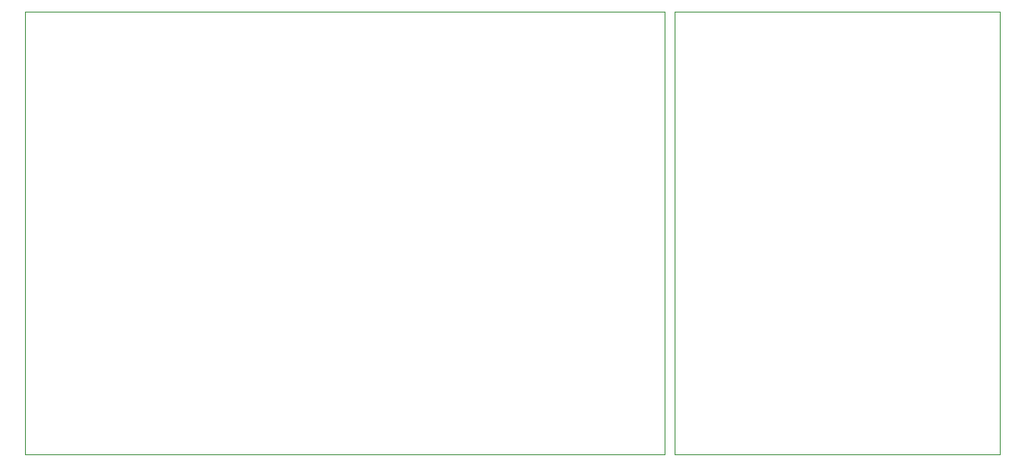
<source format=gbr>
%TF.GenerationSoftware,KiCad,Pcbnew,9.0.7*%
%TF.CreationDate,2026-01-06T19:32:14-08:00*%
%TF.ProjectId,v1.2,76312e32-2e6b-4696-9361-645f70636258,rev?*%
%TF.SameCoordinates,Original*%
%TF.FileFunction,Profile,NP*%
%FSLAX46Y46*%
G04 Gerber Fmt 4.6, Leading zero omitted, Abs format (unit mm)*
G04 Created by KiCad (PCBNEW 9.0.7) date 2026-01-06 19:32:14*
%MOMM*%
%LPD*%
G01*
G04 APERTURE LIST*
%TA.AperFunction,Profile*%
%ADD10C,0.050000*%
%TD*%
G04 APERTURE END LIST*
D10*
X106000000Y-105000000D02*
X139000000Y-105000000D01*
X139000000Y-150000000D01*
X106000000Y-150000000D01*
X106000000Y-105000000D01*
X40000000Y-105000000D02*
X105000000Y-105000000D01*
X105000000Y-150000000D01*
X40000000Y-150000000D01*
X40000000Y-105000000D01*
M02*

</source>
